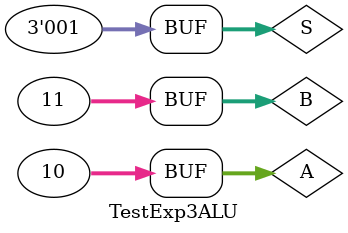
<source format=v>
`timescale 1ns / 1ps


module TestExp3ALU;

	// Inputs
	reg [0:31] A;
	reg [0:31] B;
	reg [0:2] S;

	// Outputs
	wire [0:31] O;
	wire Zero;

	// Instantiate the Unit Under Test (UUT)
	ALU uut (
		.A(A), 
		.B(B), 
		.S(S), 
		.O(O), 
		.Zero(Zero)
	);

	initial begin
		// Initialize Inputs
		A = 0;
		B = 0;
		S = 0;

		// Wait 100 ns for global reset to finish
		#100;
        
		// Add stimulus here

	end
	always
	begin 
	#100 begin
	
   A = 32'd10;
	B = 31'd12;
	S = 3'b010; ///ADD
	
	
	end
	#100 begin
	
   A = 32'd5;
	B = 31'd5;
	S = 3'b110; ///SUB
	
	
	end
	#100 begin
	
   A = 32'd10;
	B = 31'd11;
	S = 3'b111; ///SLT
	
	
	end
	#100 begin
	
   A = 32'd10;
	B = 31'd11;
	S = 3'b000; ///AND
	
	
	end
	#100 begin
	
   A = 32'd10;
	B = 31'd11;
	S = 3'b001; ///OR
	
	
	end
	   end
endmodule


</source>
